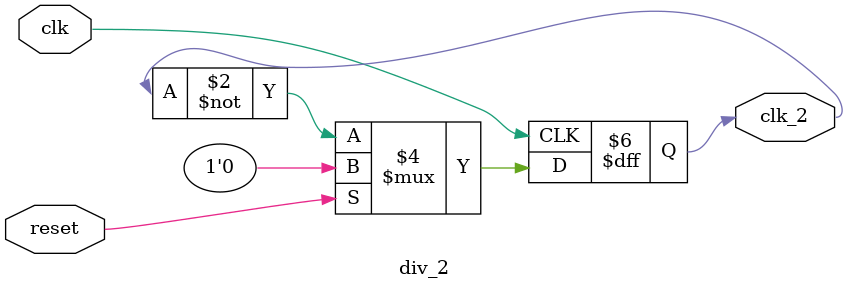
<source format=v>
module div_2(reset,clk,clk_2);
    input clk,reset;
    output clk_2;
    reg clk_2;
    always@(posedge clk)
       begin
           if(reset) clk_2=0;
           else      clk_2 = ~clk_2;
       end
endmodule
</source>
